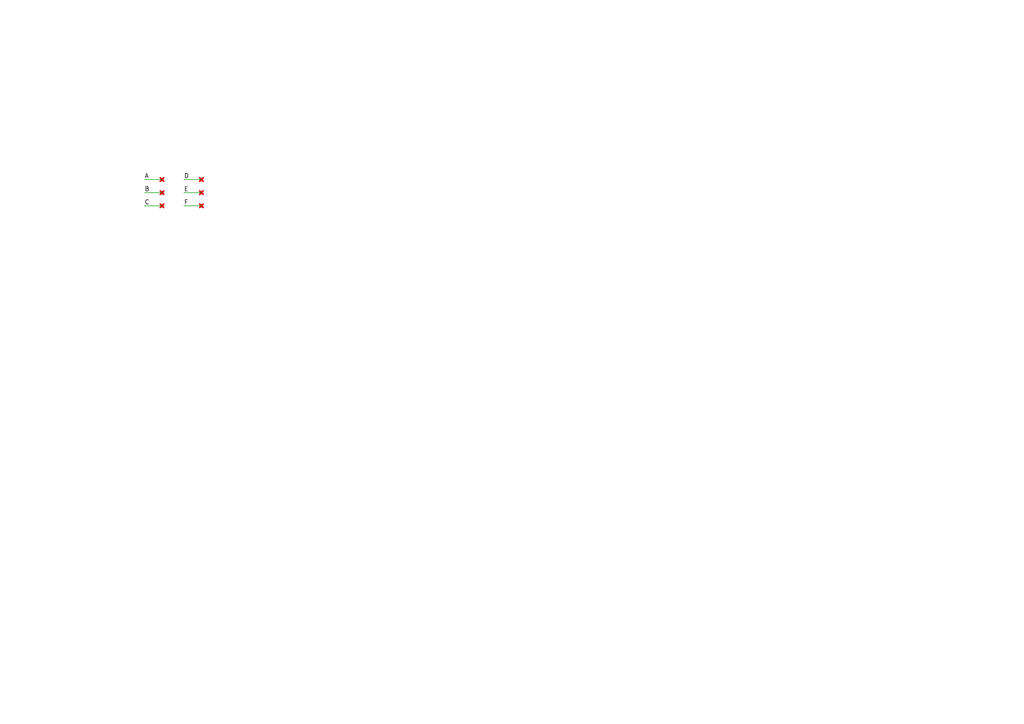
<source format=kicad_sch>
(kicad_sch (version 20231120) (generator "eeschema") (generator_version "8.0")
  (paper "A4")
  (lib_symbols
    (symbol "Connector:TestPoint_Small" (pin_numbers hide) (pin_names (offset 0.762) hide)
      (property "Reference" "TP" (at 0 3.81 0))
      (property "Value" "TestPoint_Small" (at 0 2.032 0))
      (symbol "TestPoint_Small_0_1"
        (circle (center 0 0) (radius 0.508))
      )
      (symbol "TestPoint_Small_1_1"
        (pin passive line (at 0 0 90) (length 0) (name "1") (number "1"))
      )
    )
  )
  (wire (pts (xy 41.91 59.69) (xy 46.99 59.69)))
  (wire (pts (xy 41.91 52.07) (xy 46.99 52.07)))
  (wire (pts (xy 41.91 55.88) (xy 46.99 55.88)))
  (wire (pts (xy 53.34 55.88) (xy 58.42 55.88)))
  (wire (pts (xy 53.34 59.69) (xy 58.42 59.69)))
  (wire (pts (xy 53.34 52.07) (xy 58.42 52.07)))
  (label "C" (at 41.91 59.69 0))
  (label "D" (at 53.34 52.07 0))
  (label "A" (at 41.91 52.07 0))
  (label "B" (at 41.91 55.88 0))
  (label "E" (at 53.34 55.88 0))
  (label "F" (at 53.34 59.69 0))
  (symbol (lib_id "Connector:TestPoint_Small") (at 46.99 59.69 0) (unit 1) (in_bom no) (dnp yes)
    (property "Reference" "TP103" (effects (hide yes)))
    (property "Value" "TestPoint_Small" (effects (hide yes)))
    (property "Footprint" "TestPoint:TestPoint_Pad_D1.0mm" (effects (hide yes)))
    (property "Description" "test point" (effects (hide yes)))
  )
  (symbol (lib_id "Connector:TestPoint_Small") (at 58.42 52.07 0) (unit 1) (in_bom no) (dnp yes)
    (property "Reference" "TP104" (effects (hide yes)))
    (property "Value" "TestPoint_Small" (effects (hide yes)))
    (property "Footprint" "TestPoint:TestPoint_Pad_D1.0mm" (effects (hide yes)))
    (property "Description" "test point" (effects (hide yes)))
  )
  (symbol (lib_id "Connector:TestPoint_Small") (at 46.99 55.88 0) (unit 1) (in_bom no) (dnp yes)
    (property "Reference" "TP102" (effects (hide yes)))
    (property "Value" "TestPoint_Small" (effects (hide yes)))
    (property "Footprint" "TestPoint:TestPoint_Pad_D1.0mm" (effects (hide yes)))
    (property "Description" "test point" (effects (hide yes)))
  )
  (symbol (lib_id "Connector:TestPoint_Small") (at 58.42 59.69 0) (unit 1) (in_bom no) (dnp yes)
    (property "Reference" "TP106" (effects (hide yes)))
    (property "Value" "TestPoint_Small" (effects (hide yes)))
    (property "Footprint" "TestPoint:TestPoint_Pad_D1.0mm" (effects (hide yes)))
    (property "Description" "test point" (effects (hide yes)))
  )
  (symbol (lib_id "Connector:TestPoint_Small") (at 58.42 55.88 0) (unit 1) (in_bom no) (dnp yes)
    (property "Reference" "TP105" (effects (hide yes)))
    (property "Value" "TestPoint_Small" (effects (hide yes)))
    (property "Footprint" "TestPoint:TestPoint_Pad_D1.0mm" (effects (hide yes)))
    (property "Description" "test point" (effects (hide yes)))
  )
  (symbol (lib_id "Connector:TestPoint_Small") (at 46.99 52.07 0) (unit 1) (in_bom no) (dnp yes)
    (property "Reference" "TP101" (effects (hide yes)))
    (property "Value" "TestPoint_Small" (effects (hide yes)))
    (property "Footprint" "TestPoint:TestPoint_Pad_D1.0mm" (effects (hide yes)))
    (property "Description" "test point" (effects (hide yes)))
  )
)
</source>
